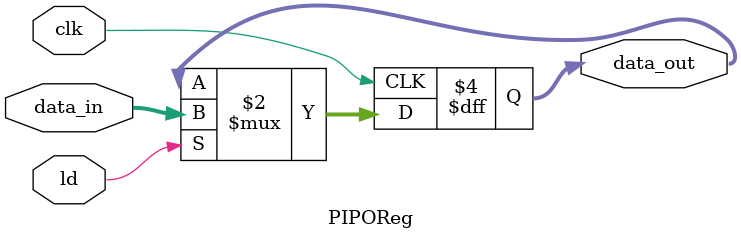
<source format=v>
`timescale 1ns / 1ps
module PIPOIn(data_out,ldPIPOIn,clrReg,y0,y1,y2,y3,y4,y5,y6,y7);

    input [15:0] data_out;
    input [7:0] ldPIPOIn;
    input clrReg;
    output [15:0]y0,y1,y2,y3,y4,y5,y6,y7;

    // input register
    PIPO_reg Pin0(data_out,ldPIPOIn[0],clrReg,y0);
    PIPO_reg Pin1(data_out,ldPIPOIn[1],clrReg,y1);
    PIPO_reg Pin2(data_out,ldPIPOIn[2],clrReg,y2);
    PIPO_reg Pin3(data_out,ldPIPOIn[3],clrReg,y3);
    PIPO_reg Pin4(data_out,ldPIPOIn[4],clrReg,y4);
    PIPO_reg Pin5(data_out,ldPIPOIn[5],clrReg,y5);
    PIPO_reg Pin6(data_out,ldPIPOIn[6],clrReg,y6);
    PIPO_reg Pin7(data_out,ldPIPOIn[7],clrReg,y7);

endmodule

module PIPOOut(loadOutReg,clrReg,Y0,Y1,Y2,Y3,Y4,Y5,Y6,Y7,Out0,Out1,Out2,Out3,Out4,Out5,Out6,Out7);

    input clrReg,loadOutReg;
    input [15:0]Y0,Y1,Y2,Y3,Y4,Y5,Y6,Y7;
    output [15:0]Out0,Out1,Out2,Out3,Out4,Out5,Out6,Out7;

    // Output Registers
    PIPO_reg Pout0(Y0,loadOutReg,clrReg,Out0);
    PIPO_reg Pout1(Y1,loadOutReg,clrReg,Out1);
    PIPO_reg Pout2(Y2,loadOutReg,clrReg,Out2);
    PIPO_reg Pout3(Y3,loadOutReg,clrReg,Out3);
    PIPO_reg Pout4(Y4,loadOutReg,clrReg,Out4);
    PIPO_reg Pout5(Y5,loadOutReg,clrReg,Out5);
    PIPO_reg Pout6(Y6,loadOutReg,clrReg,Out6);
    PIPO_reg Pout7(Y7,loadOutReg,clrReg,Out7);

endmodule

module PIPO_reg( // 16-Bit Register with PARALLEL LOAD  or PIPO_out with Load
    input [15:0]data_in,
    input load,
    input clr,
    output [15:0]data_out
    );
Reg_1_Bit_out Ro00(.data_in(data_in[0]),  .load(load), .clr(clr), .data_out(data_out[0]));
Reg_1_Bit_out Ro01(.data_in(data_in[1]),  .load(load), .clr(clr), .data_out(data_out[1]));
Reg_1_Bit_out Ro02(.data_in(data_in[2]),  .load(load), .clr(clr), .data_out(data_out[2]));
Reg_1_Bit_out Ro03(.data_in(data_in[3]),  .load(load), .clr(clr), .data_out(data_out[3]));
Reg_1_Bit_out Ro04(.data_in(data_in[4]),  .load(load), .clr(clr), .data_out(data_out[4]));
Reg_1_Bit_out Ro05(.data_in(data_in[5]),  .load(load), .clr(clr), .data_out(data_out[5]));
Reg_1_Bit_out Ro06(.data_in(data_in[6]),  .load(load), .clr(clr), .data_out(data_out[6]));
Reg_1_Bit_out Ro07(.data_in(data_in[7]),  .load(load), .clr(clr), .data_out(data_out[7]));
Reg_1_Bit_out Ro08(.data_in(data_in[8]),  .load(load), .clr(clr), .data_out(data_out[8]));
Reg_1_Bit_out Ro09(.data_in(data_in[9]),  .load(load), .clr(clr), .data_out(data_out[9]));
Reg_1_Bit_out Ro10(.data_in(data_in[10]), .load(load), .clr(clr), .data_out(data_out[10]));
Reg_1_Bit_out Ro11(.data_in(data_in[11]), .load(load), .clr(clr), .data_out(data_out[11]));
Reg_1_Bit_out Ro12(.data_in(data_in[12]), .load(load), .clr(clr), .data_out(data_out[12]));
Reg_1_Bit_out Ro13(.data_in(data_in[13]), .load(load), .clr(clr), .data_out(data_out[13]));
Reg_1_Bit_out Ro14(.data_in(data_in[14]), .load(load), .clr(clr), .data_out(data_out[14]));
Reg_1_Bit_out Ro15(.data_in(data_in[15]), .load(load), .clr(clr), .data_out(data_out[15]));
endmodule

module Reg_1_Bit_out( // 1-Bit Register with PARALLEL LOAD
    input data_in,load,clr,
    output reg data_out
    );
always@(data_in,load,clr)
    begin
        if(clr) data_out <= 1'b0;
        else if(!load) data_out <= data_out;
        else if(load) data_out <= data_in;
    end
endmodule
//
//
//**************************************      PIPO ENDS HERE    *******************************************
//
//
module Multiplexed_DCT_Data(
     input [15:0]Buf_In_0,Buf_In_1,Buf_In_2,Buf_In_3,Buf_In_4,Buf_In_5,Buf_In_6,Buf_In_7,
     input [7:0]ctrl,
     output tri [15:0]Dout
     );
Buffer_16_Bit B0(.Data_in(Buf_In_0[15:0]),.ctrl(ctrl[0]),.Data_out(Dout[15:0]));
Buffer_16_Bit B1(.Data_in(Buf_In_1[15:0]),.ctrl(ctrl[1]),.Data_out(Dout[15:0]));
Buffer_16_Bit B2(.Data_in(Buf_In_2[15:0]),.ctrl(ctrl[2]),.Data_out(Dout[15:0]));
Buffer_16_Bit B3(.Data_in(Buf_In_3[15:0]),.ctrl(ctrl[3]),.Data_out(Dout[15:0]));
Buffer_16_Bit B4(.Data_in(Buf_In_4[15:0]),.ctrl(ctrl[4]),.Data_out(Dout[15:0]));
Buffer_16_Bit B5(.Data_in(Buf_In_5[15:0]),.ctrl(ctrl[5]),.Data_out(Dout[15:0]));
Buffer_16_Bit B6(.Data_in(Buf_In_6[15:0]),.ctrl(ctrl[6]),.Data_out(Dout[15:0]));
Buffer_16_Bit B7(.Data_in(Buf_In_7[15:0]),.ctrl(ctrl[7]),.Data_out(Dout[15:0]));
endmodule

module Multiplexed_Data_Bus( // for test bench
     input [15:0]Buf_In_0,Buf_In_1,
     input ctrl,
     output tri [15:0]Dout
     );
wire comp_ctrl;
not(comp_ctrl,ctrl);
Buffer_16_Bit B0(.Data_in(Buf_In_0[15:0]),.ctrl(comp_ctrl),.Data_out(Dout[15:0]));
Buffer_16_Bit B1(.Data_in(Buf_In_1[15:0]),.ctrl(ctrl),.Data_out(Dout[15:0]));
endmodule

module Multiplexed_Addr_Bus(
     input [5:0]Addr_In_0,Addr_In_1,
     input ctrl,
     output tri [5:0]Addrout
     );
wire comp_ctrl;
not(comp_ctrl,ctrl);
Buffer_6_Bit B0(.Data_in(Addr_In_0[5:0]),.ctrl(comp_ctrl),.Data_out(Addrout[5:0]));
Buffer_6_Bit B1(.Data_in(Addr_In_1[5:0]),.ctrl(ctrl),.Data_out(Addrout[5:0]));
endmodule

module Buffer_6_Bit(
     input [5:0]Data_in,
     input ctrl,
     output [5:0]Data_out
     );
bufif1(Data_out[0],  Data_in[0],  ctrl);     
bufif1(Data_out[1],  Data_in[1],  ctrl);     
bufif1(Data_out[2],  Data_in[2],  ctrl);     
bufif1(Data_out[3],  Data_in[3],  ctrl);     
bufif1(Data_out[4],  Data_in[4],  ctrl);     
bufif1(Data_out[5],  Data_in[5],  ctrl);
endmodule

module Buffer_16_Bit(
     input [15:0]Data_in,
     input ctrl,
     output [15:0]Data_out
     );
bufif1(Data_out[0],  Data_in[0],  ctrl);     
bufif1(Data_out[1],  Data_in[1],  ctrl);     
bufif1(Data_out[2],  Data_in[2],  ctrl);     
bufif1(Data_out[3],  Data_in[3],  ctrl);     
bufif1(Data_out[4],  Data_in[4],  ctrl);     
bufif1(Data_out[5],  Data_in[5],  ctrl);     
bufif1(Data_out[6],  Data_in[6],  ctrl);     
bufif1(Data_out[7],  Data_in[7],  ctrl);     
bufif1(Data_out[8],  Data_in[8],  ctrl);     
bufif1(Data_out[9],  Data_in[9],  ctrl);     
bufif1(Data_out[10], Data_in[10], ctrl);     
bufif1(Data_out[11], Data_in[11], ctrl);     
bufif1(Data_out[12], Data_in[12], ctrl);     
bufif1(Data_out[13], Data_in[13], ctrl);     
bufif1(Data_out[14], Data_in[14], ctrl);     
bufif1(Data_out[15], Data_in[15], ctrl); 
endmodule
//
//
//************************************  MULTIPLEXED BUSES ENDS HERE  ****************************************
//
//
module MOD_8_Counter(
    input clk,clr,inc,set,
    output reg [2:0]q
    );
    wire temp;
    // qa => LSB
    // qc => MSB
    always @(negedge clk)
    begin 
        if(clr) q <= 3'b000;
        else if (inc) q<= q+1;
        else if (set) q<= 3'b111;
        else q <= q;
    end
endmodule

module AddSub(out,in1,in2,oper);
input oper;
input [15:0] in1,in2;
output reg [15:0] out;

always @(*)
begin 
if(oper) out = in1 - in2;
else out = in1 + in2; 
end

endmodule

module Dff ( d,q,clk,clr);
    input d,clk,clr;
    output reg q;

    always @(posedge clk)
	   begin
		  if(clr) q <= 1'b0;
		  else q <= d;
	   end

endmodule

module Counter(count,clk,ld,decr);
	input decr,ld,clk;
	output reg [4:0] count;
	always @(negedge clk)
	begin
		if(ld) count <= 5'd16;
		else if (decr) count <= count-1;
	end
endmodule

module shiftReg(data_in,data_out,SR_in,clk,ld,clr,sft);
    input clk,SR_in,ld,clr,sft;
    input [15:0] data_in;
    output reg [15:0] data_out;

    always @(negedge clk)
	   begin
		  if(clr) data_out<=0;
		  else if(ld) data_out <= data_in;
		  else if(sft) data_out <= {SR_in,data_out[15:1]};
	   end
endmodule

module PIPOReg (data_in,data_out,clk,ld);
	input [15:0] data_in;
	input clk,ld;
	output reg [15:0] data_out;

	always @(negedge clk)
	begin
		if(ld) data_out <= data_in;
	end
endmodule

</source>
